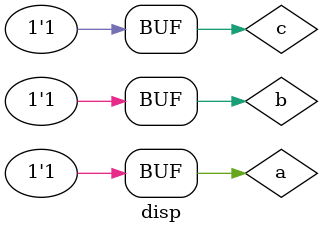
<source format=v>
module halfadderstr(sum,carry,a,b);
output sum,carry;
input a,b;
xor(sum,a,b);
and(carry,a,b);
endmodule

module fulladder(S,Ca,A,B,C);
input A,B,C;
output S,Ca;
wire sum0,carry0,carry1;
halfadderstr ha1(sum0,carry0,A,B);
halfadderstr ha2(S,carry1,C,sum0);
or(Ca,carry1,carry0);
endmodule

module disp;
reg a,b,c,d;
wire S,Ca;
fulladder fn1(S,Ca,a,b,c);
initial
begin
$display("");
$display("a b c S Ca");
$monitor(a," ",b," ",c," ",S," ",Ca);
a=0;b=0;c=0;
#10 c=1;
#10 b=1;c=0;
#10 c=1;
#10 a=1;b=0;c=0;
#10 c=1;
#10 b=1;c=0;
#10 c=1;
end
endmodule

</source>
